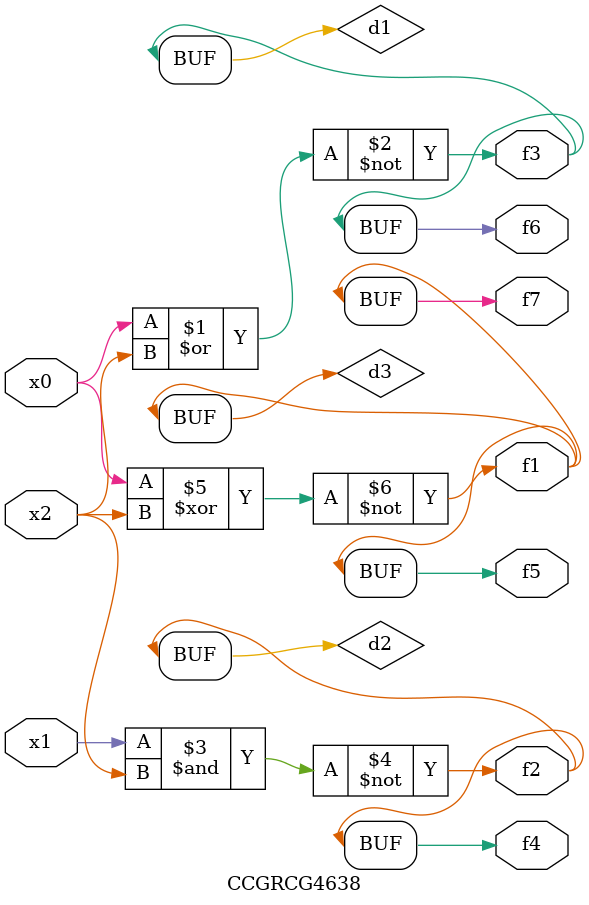
<source format=v>
module CCGRCG4638(
	input x0, x1, x2,
	output f1, f2, f3, f4, f5, f6, f7
);

	wire d1, d2, d3;

	nor (d1, x0, x2);
	nand (d2, x1, x2);
	xnor (d3, x0, x2);
	assign f1 = d3;
	assign f2 = d2;
	assign f3 = d1;
	assign f4 = d2;
	assign f5 = d3;
	assign f6 = d1;
	assign f7 = d3;
endmodule

</source>
